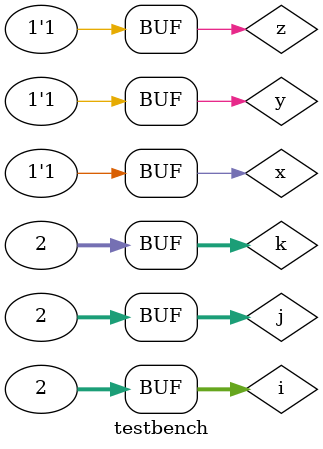
<source format=v>
module parity_bit_generator(input x,input y,input z,output reg o);
always @*
begin
    o= (x && y && z) || (!x && !y &&z) || (x &&! y && !z) || (!x && y &&!z);
end
endmodule

module testbench;
reg x,y,z;
integer i,j,k;
wire o;
parity_bit_generator a_instance(.x(x), .y(y),.z(z),.o(o));
initial begin
$dumpvars();
$display("23b1060: Madhav R Babu");
$monitor("x: %b y:%b z:%b o:%b", x, y,z,o);
x=0; y=0; z=0; #1;
for(i=0; i<2; i=i+1) begin
    for(j=0; j<2; j=j+1) begin
        for(k=0; k<2; k=k+1) begin
            
                x=i; y=j; z=k; 
                #1;

            end
        end
    end
end
endmodule
</source>
